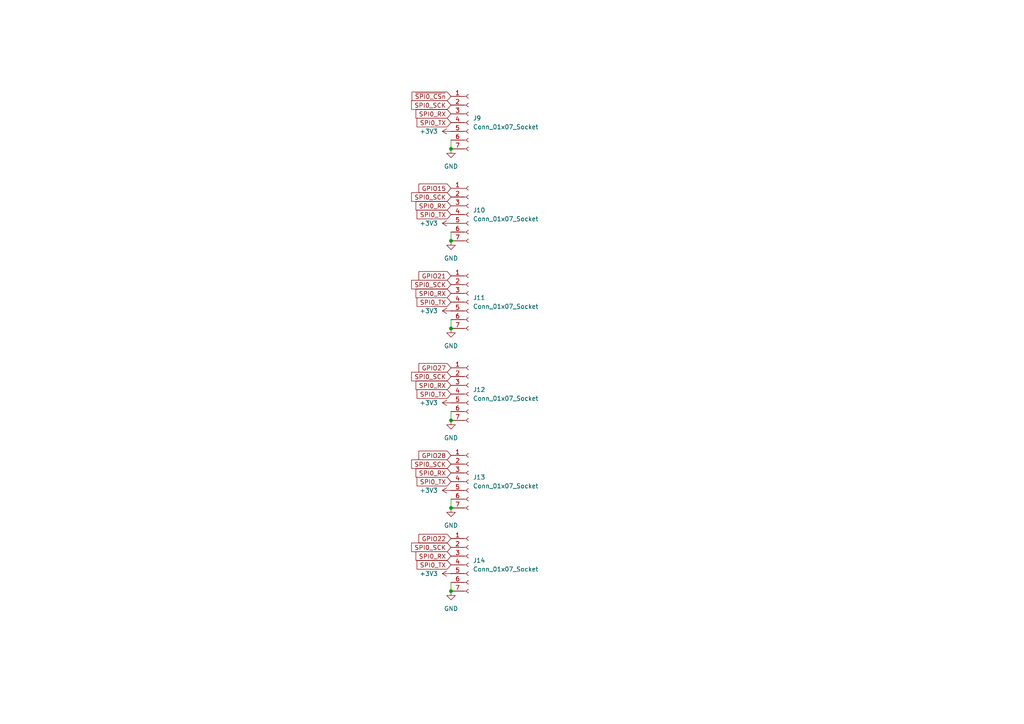
<source format=kicad_sch>
(kicad_sch (version 20250114) (generator "eeschema") (generator_version "9.0")
  (paper "A4")
  (lib_symbols
    (symbol "Connector:Conn_01x07_Socket" (pin_names (offset 1.016) (hide yes))
      (property "Reference" "J" (at 0 10.16 0))
      (property "Value" "Conn_01x07_Socket" (at 0 -10.16 0))
      (symbol "Conn_01x07_Socket_1_1"
        (polyline (pts (xy -1.27 7.62) (xy -0.508 7.62)) (stroke (width 0.1524)))
        (polyline (pts (xy -1.27 5.08) (xy -0.508 5.08)) (stroke (width 0.1524)))
        (polyline (pts (xy -1.27 2.54) (xy -0.508 2.54)) (stroke (width 0.1524)))
        (polyline (pts (xy -1.27 0) (xy -0.508 0)) (stroke (width 0.1524)))
        (polyline (pts (xy -1.27 -2.54) (xy -0.508 -2.54)) (stroke (width 0.1524)))
        (polyline (pts (xy -1.27 -5.08) (xy -0.508 -5.08)) (stroke (width 0.1524)))
        (polyline (pts (xy -1.27 -7.62) (xy -0.508 -7.62)) (stroke (width 0.1524)))
        (arc (start 0 7.112) (mid -0.5058 7.62) (end 0 8.128) (stroke (width 0.1524)))
        (arc (start 0 4.572) (mid -0.5058 5.08) (end 0 5.588) (stroke (width 0.1524)))
        (arc (start 0 2.032) (mid -0.5058 2.54) (end 0 3.048) (stroke (width 0.1524)))
        (arc (start 0 -0.508) (mid -0.5058 0) (end 0 0.508) (stroke (width 0.1524)))
        (arc (start 0 -3.048) (mid -0.5058 -2.54) (end 0 -2.032) (stroke (width 0.1524)))
        (arc (start 0 -5.588) (mid -0.5058 -5.08) (end 0 -4.572) (stroke (width 0.1524)))
        (arc (start 0 -8.128) (mid -0.5058 -7.62) (end 0 -7.112) (stroke (width 0.1524)))
        (pin passive line (at -5.08 7.62 0) (length 3.81) (name "Pin_1") (number "1"))
        (pin passive line (at -5.08 5.08 0) (length 3.81) (name "Pin_2") (number "2"))
        (pin passive line (at -5.08 2.54 0) (length 3.81) (name "Pin_3") (number "3"))
        (pin passive line (at -5.08 0 0) (length 3.81) (name "Pin_4") (number "4"))
        (pin passive line (at -5.08 -2.54 0) (length 3.81) (name "Pin_5") (number "5"))
        (pin passive line (at -5.08 -5.08 0) (length 3.81) (name "Pin_6") (number "6"))
        (pin passive line (at -5.08 -7.62 0) (length 3.81) (name "Pin_7") (number "7"))
      )
    )
    (symbol "power:+3V3" (power) (pin_numbers (hide yes)) (pin_names (offset 0) (hide yes))
      (property "Value" "+3V3" (at 0 3.556 0))
      (symbol "+3V3_0_1"
        (polyline (pts (xy -0.762 1.27) (xy 0 2.54)))
        (polyline (pts (xy 0 2.54) (xy 0.762 1.27)))
        (polyline (pts (xy 0 0) (xy 0 2.54)))
      )
      (symbol "+3V3_1_1"
        (pin power_in line (at 0 0 90) (length 0) (name "~") (number "1"))
      )
    )
    (symbol "power:GND" (power) (pin_numbers (hide yes)) (pin_names (offset 0) (hide yes))
      (property "Value" "GND" (at 0 -3.81 0))
      (symbol "GND_0_1"
        (polyline (pts (xy 0 0) (xy 0 -1.27) (xy 1.27 -1.27) (xy 0 -2.54) (xy -1.27 -1.27) (xy 0 -1.27)))
      )
      (symbol "GND_1_1"
        (pin power_in line (at 0 0 270) (length 0) (name "~") (number "1"))
      )
    )
  )
  (junction (at 130.81 69.85))
  (junction (at 130.81 95.25))
  (junction (at 130.81 147.32))
  (junction (at 130.81 43.18))
  (junction (at 130.81 171.45))
  (junction (at 130.81 121.92))
  (wire (pts (xy 130.81 67.31) (xy 130.81 69.85)))
  (wire (pts (xy 130.81 168.91) (xy 130.81 171.45)))
  (wire (pts (xy 130.81 92.71) (xy 130.81 95.25)))
  (wire (pts (xy 130.81 119.38) (xy 130.81 121.92)))
  (wire (pts (xy 130.81 144.78) (xy 130.81 147.32)))
  (wire (pts (xy 130.81 40.64) (xy 130.81 43.18)))
  (global_label "SPI0_SCK" (shape input) (at 130.81 109.22 180) (property "Intersheetrefs" "${INTERSHEET_REFS}" (effects (hide yes))))
  (global_label "SPI0_TX" (shape input) (at 130.81 35.56 180) (property "Intersheetrefs" "${INTERSHEET_REFS}" (effects (hide yes))))
  (global_label "~{SPI0_CSn}" (shape input) (at 130.81 27.94 180) (property "Intersheetrefs" "${INTERSHEET_REFS}" (effects (hide yes))))
  (global_label "SPI0_TX" (shape input) (at 130.81 163.83 180) (property "Intersheetrefs" "${INTERSHEET_REFS}" (effects (hide yes))))
  (global_label "GPIO27" (shape input) (at 130.81 106.68 180) (property "Intersheetrefs" "${INTERSHEET_REFS}" (effects (hide yes))))
  (global_label "SPI0_RX" (shape input) (at 130.81 59.69 180) (property "Intersheetrefs" "${INTERSHEET_REFS}" (effects (hide yes))))
  (global_label "SPI0_SCK" (shape input) (at 130.81 82.55 180) (property "Intersheetrefs" "${INTERSHEET_REFS}" (effects (hide yes))))
  (global_label "SPI0_TX" (shape input) (at 130.81 139.7 180) (property "Intersheetrefs" "${INTERSHEET_REFS}" (effects (hide yes))))
  (global_label "GPIO22" (shape input) (at 130.81 156.21 180) (property "Intersheetrefs" "${INTERSHEET_REFS}" (effects (hide yes))))
  (global_label "SPI0_SCK" (shape input) (at 130.81 158.75 180) (property "Intersheetrefs" "${INTERSHEET_REFS}" (effects (hide yes))))
  (global_label "SPI0_TX" (shape input) (at 130.81 114.3 180) (property "Intersheetrefs" "${INTERSHEET_REFS}" (effects (hide yes))))
  (global_label "SPI0_SCK" (shape input) (at 130.81 134.62 180) (property "Intersheetrefs" "${INTERSHEET_REFS}" (effects (hide yes))))
  (global_label "SPI0_TX" (shape input) (at 130.81 62.23 180) (property "Intersheetrefs" "${INTERSHEET_REFS}" (effects (hide yes))))
  (global_label "GPIO15" (shape input) (at 130.81 54.61 180) (property "Intersheetrefs" "${INTERSHEET_REFS}" (effects (hide yes))))
  (global_label "SPI0_SCK" (shape input) (at 130.81 30.48 180) (property "Intersheetrefs" "${INTERSHEET_REFS}" (effects (hide yes))))
  (global_label "SPI0_RX" (shape input) (at 130.81 33.02 180) (property "Intersheetrefs" "${INTERSHEET_REFS}" (effects (hide yes))))
  (global_label "SPI0_RX" (shape input) (at 130.81 111.76 180) (property "Intersheetrefs" "${INTERSHEET_REFS}" (effects (hide yes))))
  (global_label "SPI0_TX" (shape input) (at 130.81 87.63 180) (property "Intersheetrefs" "${INTERSHEET_REFS}" (effects (hide yes))))
  (global_label "GPIO28" (shape input) (at 130.81 132.08 180) (property "Intersheetrefs" "${INTERSHEET_REFS}" (effects (hide yes))))
  (global_label "SPI0_RX" (shape input) (at 130.81 137.16 180) (property "Intersheetrefs" "${INTERSHEET_REFS}" (effects (hide yes))))
  (global_label "SPI0_RX" (shape input) (at 130.81 85.09 180) (property "Intersheetrefs" "${INTERSHEET_REFS}" (effects (hide yes))))
  (global_label "SPI0_RX" (shape input) (at 130.81 161.29 180) (property "Intersheetrefs" "${INTERSHEET_REFS}" (effects (hide yes))))
  (global_label "SPI0_SCK" (shape input) (at 130.81 57.15 180) (property "Intersheetrefs" "${INTERSHEET_REFS}" (effects (hide yes))))
  (global_label "GPIO21" (shape input) (at 130.81 80.01 180) (property "Intersheetrefs" "${INTERSHEET_REFS}" (effects (hide yes))))
  (symbol (lib_id "Connector:Conn_01x07_Socket") (at 135.89 35.56 0) (unit 1)
    (property "Reference" "J9" (at 137.16 34.2899 0) (effects (justify left)))
    (property "Value" "Conn_01x07_Socket" (at 137.16 36.8299 0) (effects (justify left)))
    (property "Description" "Generic connector, single row, 01x07, script generated" (effects (hide yes)))
  )
  (symbol (lib_id "power:GND") (at 130.81 147.32 0) (unit 1)
    (property "Reference" "#PWR027" (effects (hide yes)))
    (property "Value" "GND" (at 130.81 152.4 0))
    (property "Description" "Power symbol creates a global label with name \"GND\" , ground" (effects (hide yes)))
  )
  (symbol (lib_id "power:+3V3") (at 130.81 64.77 90) (unit 1)
    (property "Reference" "#PWR020" (effects (hide yes)))
    (property "Value" "+3V3" (at 127 64.7699 90) (effects (justify left)))
    (property "Description" "Power symbol creates a global label with name \"+3V3\"" (effects (hide yes)))
  )
  (symbol (lib_id "power:GND") (at 130.81 43.18 0) (unit 1)
    (property "Reference" "#PWR018" (effects (hide yes)))
    (property "Value" "GND" (at 130.81 48.26 0))
    (property "Description" "Power symbol creates a global label with name \"GND\" , ground" (effects (hide yes)))
  )
  (symbol (lib_id "Connector:Conn_01x07_Socket") (at 135.89 114.3 0) (unit 1)
    (property "Reference" "J12" (at 137.16 113.0299 0) (effects (justify left)))
    (property "Value" "Conn_01x07_Socket" (at 137.16 115.5699 0) (effects (justify left)))
    (property "Description" "Generic connector, single row, 01x07, script generated" (effects (hide yes)))
  )
  (symbol (lib_id "Connector:Conn_01x07_Socket") (at 135.89 62.23 0) (unit 1)
    (property "Reference" "J10" (at 137.16 60.9599 0) (effects (justify left)))
    (property "Value" "Conn_01x07_Socket" (at 137.16 63.4999 0) (effects (justify left)))
    (property "Description" "Generic connector, single row, 01x07, script generated" (effects (hide yes)))
  )
  (symbol (lib_id "Connector:Conn_01x07_Socket") (at 135.89 139.7 0) (unit 1)
    (property "Reference" "J13" (at 137.16 138.4299 0) (effects (justify left)))
    (property "Value" "Conn_01x07_Socket" (at 137.16 140.9699 0) (effects (justify left)))
    (property "Description" "Generic connector, single row, 01x07, script generated" (effects (hide yes)))
  )
  (symbol (lib_id "power:GND") (at 130.81 171.45 0) (unit 1)
    (property "Reference" "#PWR029" (effects (hide yes)))
    (property "Value" "GND" (at 130.81 176.53 0))
    (property "Description" "Power symbol creates a global label with name \"GND\" , ground" (effects (hide yes)))
  )
  (symbol (lib_id "power:+3V3") (at 130.81 38.1 90) (unit 1)
    (property "Reference" "#PWR019" (effects (hide yes)))
    (property "Value" "+3V3" (at 127 38.0999 90) (effects (justify left)))
    (property "Description" "Power symbol creates a global label with name \"+3V3\"" (effects (hide yes)))
  )
  (symbol (lib_id "power:+3V3") (at 130.81 90.17 90) (unit 1)
    (property "Reference" "#PWR022" (effects (hide yes)))
    (property "Value" "+3V3" (at 127 90.1699 90) (effects (justify left)))
    (property "Description" "Power symbol creates a global label with name \"+3V3\"" (effects (hide yes)))
  )
  (symbol (lib_id "power:GND") (at 130.81 95.25 0) (unit 1)
    (property "Reference" "#PWR023" (effects (hide yes)))
    (property "Value" "GND" (at 130.81 100.33 0))
    (property "Description" "Power symbol creates a global label with name \"GND\" , ground" (effects (hide yes)))
  )
  (symbol (lib_id "power:+3V3") (at 130.81 142.24 90) (unit 1)
    (property "Reference" "#PWR026" (effects (hide yes)))
    (property "Value" "+3V3" (at 127 142.2399 90) (effects (justify left)))
    (property "Description" "Power symbol creates a global label with name \"+3V3\"" (effects (hide yes)))
  )
  (symbol (lib_id "power:+3V3") (at 130.81 166.37 90) (unit 1)
    (property "Reference" "#PWR028" (effects (hide yes)))
    (property "Value" "+3V3" (at 127 166.3699 90) (effects (justify left)))
    (property "Description" "Power symbol creates a global label with name \"+3V3\"" (effects (hide yes)))
  )
  (symbol (lib_id "power:GND") (at 130.81 121.92 0) (unit 1)
    (property "Reference" "#PWR025" (effects (hide yes)))
    (property "Value" "GND" (at 130.81 127 0))
    (property "Description" "Power symbol creates a global label with name \"GND\" , ground" (effects (hide yes)))
  )
  (symbol (lib_id "Connector:Conn_01x07_Socket") (at 135.89 87.63 0) (unit 1)
    (property "Reference" "J11" (at 137.16 86.3599 0) (effects (justify left)))
    (property "Value" "Conn_01x07_Socket" (at 137.16 88.8999 0) (effects (justify left)))
    (property "Description" "Generic connector, single row, 01x07, script generated" (effects (hide yes)))
  )
  (symbol (lib_id "Connector:Conn_01x07_Socket") (at 135.89 163.83 0) (unit 1)
    (property "Reference" "J14" (at 137.16 162.5599 0) (effects (justify left)))
    (property "Value" "Conn_01x07_Socket" (at 137.16 165.0999 0) (effects (justify left)))
    (property "Description" "Generic connector, single row, 01x07, script generated" (effects (hide yes)))
  )
  (symbol (lib_id "power:+3V3") (at 130.81 116.84 90) (unit 1)
    (property "Reference" "#PWR024" (effects (hide yes)))
    (property "Value" "+3V3" (at 127 116.8399 90) (effects (justify left)))
    (property "Description" "Power symbol creates a global label with name \"+3V3\"" (effects (hide yes)))
  )
  (symbol (lib_id "power:GND") (at 130.81 69.85 0) (unit 1)
    (property "Reference" "#PWR021" (effects (hide yes)))
    (property "Value" "GND" (at 130.81 74.93 0))
    (property "Description" "Power symbol creates a global label with name \"GND\" , ground" (effects (hide yes)))
  )
)
</source>
